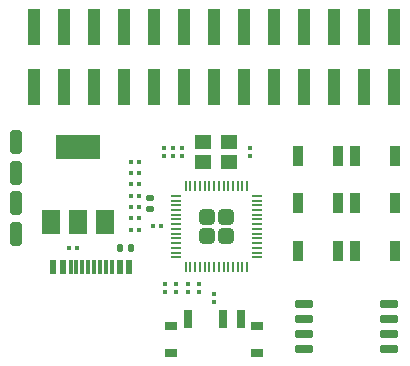
<source format=gbr>
%TF.GenerationSoftware,KiCad,Pcbnew,7.0.5*%
%TF.CreationDate,2023-09-22T01:01:30+09:00*%
%TF.ProjectId,scratch-rp2040,73637261-7463-4682-9d72-70323034302e,rev?*%
%TF.SameCoordinates,Original*%
%TF.FileFunction,Paste,Top*%
%TF.FilePolarity,Positive*%
%FSLAX46Y46*%
G04 Gerber Fmt 4.6, Leading zero omitted, Abs format (unit mm)*
G04 Created by KiCad (PCBNEW 7.0.5) date 2023-09-22 01:01:30*
%MOMM*%
%LPD*%
G01*
G04 APERTURE LIST*
G04 Aperture macros list*
%AMRoundRect*
0 Rectangle with rounded corners*
0 $1 Rounding radius*
0 $2 $3 $4 $5 $6 $7 $8 $9 X,Y pos of 4 corners*
0 Add a 4 corners polygon primitive as box body*
4,1,4,$2,$3,$4,$5,$6,$7,$8,$9,$2,$3,0*
0 Add four circle primitives for the rounded corners*
1,1,$1+$1,$2,$3*
1,1,$1+$1,$4,$5*
1,1,$1+$1,$6,$7*
1,1,$1+$1,$8,$9*
0 Add four rect primitives between the rounded corners*
20,1,$1+$1,$2,$3,$4,$5,0*
20,1,$1+$1,$4,$5,$6,$7,0*
20,1,$1+$1,$6,$7,$8,$9,0*
20,1,$1+$1,$8,$9,$2,$3,0*%
G04 Aperture macros list end*
%ADD10RoundRect,0.250000X-0.250000X-0.750000X0.250000X-0.750000X0.250000X0.750000X-0.250000X0.750000X0*%
%ADD11R,1.000000X3.150000*%
%ADD12RoundRect,0.249999X0.395001X0.395001X-0.395001X0.395001X-0.395001X-0.395001X0.395001X-0.395001X0*%
%ADD13RoundRect,0.050000X0.387500X0.050000X-0.387500X0.050000X-0.387500X-0.050000X0.387500X-0.050000X0*%
%ADD14RoundRect,0.050000X0.050000X0.387500X-0.050000X0.387500X-0.050000X-0.387500X0.050000X-0.387500X0*%
%ADD15RoundRect,0.079500X-0.100500X0.079500X-0.100500X-0.079500X0.100500X-0.079500X0.100500X0.079500X0*%
%ADD16RoundRect,0.079500X-0.079500X-0.100500X0.079500X-0.100500X0.079500X0.100500X-0.079500X0.100500X0*%
%ADD17RoundRect,0.079500X0.100500X-0.079500X0.100500X0.079500X-0.100500X0.079500X-0.100500X-0.079500X0*%
%ADD18R,0.900000X1.700000*%
%ADD19R,0.600000X1.240000*%
%ADD20R,0.300000X1.240000*%
%ADD21RoundRect,0.079500X0.079500X0.100500X-0.079500X0.100500X-0.079500X-0.100500X0.079500X-0.100500X0*%
%ADD22R,1.400000X1.200000*%
%ADD23RoundRect,0.140000X-0.170000X0.140000X-0.170000X-0.140000X0.170000X-0.140000X0.170000X0.140000X0*%
%ADD24RoundRect,0.140000X-0.140000X-0.170000X0.140000X-0.170000X0.140000X0.170000X-0.140000X0.170000X0*%
%ADD25R,1.000000X0.800000*%
%ADD26R,0.700000X1.500000*%
%ADD27RoundRect,0.150000X0.650000X0.150000X-0.650000X0.150000X-0.650000X-0.150000X0.650000X-0.150000X0*%
%ADD28R,1.500000X2.000000*%
%ADD29R,3.800000X2.000000*%
G04 APERTURE END LIST*
D10*
%TO.C,REF\u002A\u002A*%
X51200000Y-41000000D03*
%TD*%
%TO.C,REF\u002A\u002A*%
X51200000Y-38400000D03*
%TD*%
%TO.C,REF\u002A\u002A*%
X51200000Y-35800000D03*
%TD*%
%TO.C,REF\u002A\u002A*%
X51200000Y-33200000D03*
%TD*%
D11*
%TO.C,REF\u002A\u002A*%
X83240000Y-23475000D03*
X83240000Y-28525000D03*
X80700000Y-23475000D03*
X80700000Y-28525000D03*
X78160000Y-23475000D03*
X78160000Y-28525000D03*
X75620000Y-23475000D03*
X75620000Y-28525000D03*
X73080000Y-23475000D03*
X73080000Y-28525000D03*
X70540000Y-23475000D03*
X70540000Y-28525000D03*
X68000000Y-23475000D03*
X68000000Y-28525000D03*
X65460000Y-23475000D03*
X65460000Y-28525000D03*
X62920000Y-23475000D03*
X62920000Y-28525000D03*
X60380000Y-23475000D03*
X60380000Y-28525000D03*
X57840000Y-23475000D03*
X57840000Y-28525000D03*
X55300000Y-23475000D03*
X55300000Y-28525000D03*
X52760000Y-23475000D03*
X52760000Y-28525000D03*
%TD*%
D12*
%TO.C,U1*%
X69000000Y-41162500D03*
X69000000Y-39562500D03*
X67400000Y-41162500D03*
X67400000Y-39562500D03*
D13*
X71637500Y-42962500D03*
X71637500Y-42562500D03*
X71637500Y-42162500D03*
X71637500Y-41762500D03*
X71637500Y-41362500D03*
X71637500Y-40962500D03*
X71637500Y-40562500D03*
X71637500Y-40162500D03*
X71637500Y-39762500D03*
X71637500Y-39362500D03*
X71637500Y-38962500D03*
X71637500Y-38562500D03*
X71637500Y-38162500D03*
X71637500Y-37762500D03*
D14*
X70800000Y-36925000D03*
X70400000Y-36925000D03*
X70000000Y-36925000D03*
X69600000Y-36925000D03*
X69200000Y-36925000D03*
X68800000Y-36925000D03*
X68400000Y-36925000D03*
X68000000Y-36925000D03*
X67600000Y-36925000D03*
X67200000Y-36925000D03*
X66800000Y-36925000D03*
X66400000Y-36925000D03*
X66000000Y-36925000D03*
X65600000Y-36925000D03*
D13*
X64762500Y-37762500D03*
X64762500Y-38162500D03*
X64762500Y-38562500D03*
X64762500Y-38962500D03*
X64762500Y-39362500D03*
X64762500Y-39762500D03*
X64762500Y-40162500D03*
X64762500Y-40562500D03*
X64762500Y-40962500D03*
X64762500Y-41362500D03*
X64762500Y-41762500D03*
X64762500Y-42162500D03*
X64762500Y-42562500D03*
X64762500Y-42962500D03*
D14*
X65600000Y-43800000D03*
X66000000Y-43800000D03*
X66400000Y-43800000D03*
X66800000Y-43800000D03*
X67200000Y-43800000D03*
X67600000Y-43800000D03*
X68000000Y-43800000D03*
X68400000Y-43800000D03*
X68800000Y-43800000D03*
X69200000Y-43800000D03*
X69600000Y-43800000D03*
X70000000Y-43800000D03*
X70400000Y-43800000D03*
X70800000Y-43800000D03*
%TD*%
D15*
%TO.C,C10*%
X63840000Y-45255000D03*
X63840000Y-45945000D03*
%TD*%
D16*
%TO.C,C3*%
X60935000Y-36800000D03*
X61625000Y-36800000D03*
%TD*%
D17*
%TO.C,R4*%
X68000000Y-46745000D03*
X68000000Y-46055000D03*
%TD*%
%TO.C,C1*%
X63756000Y-34425000D03*
X63756000Y-33735000D03*
%TD*%
D18*
%TO.C,SW4*%
X83300000Y-38400000D03*
X79900000Y-38400000D03*
%TD*%
D19*
%TO.C,P1*%
X54400000Y-43775000D03*
X55200000Y-43775000D03*
D20*
X56350000Y-43775000D03*
X57350000Y-43775000D03*
X57850000Y-43775000D03*
X58850000Y-43775000D03*
D19*
X60000000Y-43775000D03*
X60800000Y-43775000D03*
X60800000Y-43775000D03*
X60000000Y-43775000D03*
D20*
X59350000Y-43775000D03*
X58350000Y-43775000D03*
X56850000Y-43775000D03*
X55850000Y-43775000D03*
D19*
X55200000Y-43775000D03*
X54400000Y-43775000D03*
%TD*%
D18*
%TO.C,SW6*%
X83300000Y-34400000D03*
X79900000Y-34400000D03*
%TD*%
D17*
%TO.C,C2*%
X64518000Y-34425000D03*
X64518000Y-33735000D03*
%TD*%
D16*
%TO.C,C4*%
X60935000Y-37760000D03*
X61625000Y-37760000D03*
%TD*%
D21*
%TO.C,R3*%
X56375000Y-42150000D03*
X55685000Y-42150000D03*
%TD*%
D17*
%TO.C,C12*%
X71040000Y-34425000D03*
X71040000Y-33735000D03*
%TD*%
D18*
%TO.C,SW2*%
X75100000Y-42400000D03*
X78500000Y-42400000D03*
%TD*%
D15*
%TO.C,C11*%
X64800000Y-45255000D03*
X64800000Y-45945000D03*
%TD*%
D21*
%TO.C,C16*%
X63545000Y-40320000D03*
X62855000Y-40320000D03*
%TD*%
D16*
%TO.C,C8*%
X60935000Y-34880000D03*
X61625000Y-34880000D03*
%TD*%
%TO.C,C7*%
X60935000Y-40640000D03*
X61625000Y-40640000D03*
%TD*%
D15*
%TO.C,R2*%
X65760000Y-45255000D03*
X65760000Y-45945000D03*
%TD*%
D22*
%TO.C,Y1*%
X67060000Y-34930000D03*
X69260000Y-34930000D03*
X69260000Y-33230000D03*
X67060000Y-33230000D03*
%TD*%
D23*
%TO.C,C14*%
X62600000Y-38880000D03*
X62600000Y-37920000D03*
%TD*%
D15*
%TO.C,C13*%
X65280000Y-33735000D03*
X65280000Y-34425000D03*
%TD*%
D24*
%TO.C,C15*%
X60000000Y-42164000D03*
X60960000Y-42164000D03*
%TD*%
D16*
%TO.C,C6*%
X60935000Y-39680000D03*
X61625000Y-39680000D03*
%TD*%
D25*
%TO.C,SW1*%
X64350000Y-48820000D03*
X64350000Y-51030000D03*
X71650000Y-48820000D03*
X71650000Y-51030000D03*
D26*
X65750000Y-48170000D03*
X68750000Y-48170000D03*
X70250000Y-48170000D03*
%TD*%
D16*
%TO.C,C9*%
X60935000Y-35840000D03*
X61625000Y-35840000D03*
%TD*%
%TO.C,C5*%
X60935000Y-38720000D03*
X61625000Y-38720000D03*
%TD*%
D27*
%TO.C,U3*%
X82800000Y-50705000D03*
X82800000Y-49435000D03*
X82800000Y-48165000D03*
X82800000Y-46895000D03*
X75600000Y-46895000D03*
X75600000Y-48165000D03*
X75600000Y-49435000D03*
X75600000Y-50705000D03*
%TD*%
D18*
%TO.C,SW3*%
X83300000Y-42400000D03*
X79900000Y-42400000D03*
%TD*%
%TO.C,SW7*%
X75100000Y-34400000D03*
X78500000Y-34400000D03*
%TD*%
%TO.C,SW5*%
X75100000Y-38400000D03*
X78500000Y-38400000D03*
%TD*%
D28*
%TO.C,U2*%
X54180000Y-39950000D03*
X56480000Y-39950000D03*
D29*
X56480000Y-33650000D03*
D28*
X58780000Y-39950000D03*
%TD*%
D15*
%TO.C,R1*%
X66720000Y-45255000D03*
X66720000Y-45945000D03*
%TD*%
M02*

</source>
